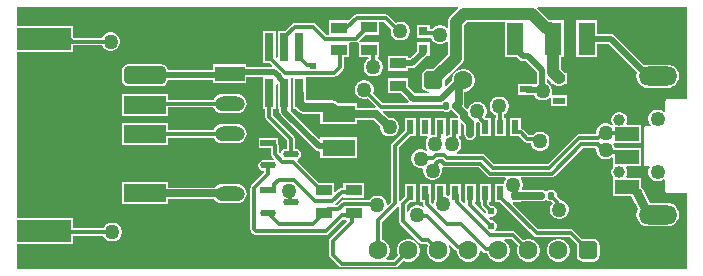
<source format=gtl>
G04*
G04 #@! TF.GenerationSoftware,Altium Limited,Altium Designer,24.3.1 (35)*
G04*
G04 Layer_Physical_Order=1*
G04 Layer_Color=255*
%FSLAX44Y44*%
%MOMM*%
G71*
G04*
G04 #@! TF.SameCoordinates,DD5606FB-0AE3-4311-A501-CF171F200833*
G04*
G04*
G04 #@! TF.FilePolarity,Positive*
G04*
G01*
G75*
%ADD16R,0.8000X0.8000*%
G04:AMPARAMS|DCode=17|XSize=0.6mm|YSize=0.54mm|CornerRadius=0.1431mm|HoleSize=0mm|Usage=FLASHONLY|Rotation=90.000|XOffset=0mm|YOffset=0mm|HoleType=Round|Shape=RoundedRectangle|*
%AMROUNDEDRECTD17*
21,1,0.6000,0.2538,0,0,90.0*
21,1,0.3138,0.5400,0,0,90.0*
1,1,0.2862,0.1269,0.1569*
1,1,0.2862,0.1269,-0.1569*
1,1,0.2862,-0.1269,-0.1569*
1,1,0.2862,-0.1269,0.1569*
%
%ADD17ROUNDEDRECTD17*%
%ADD18R,2.8100X1.4500*%
%ADD19R,0.6000X1.2000*%
%ADD20R,1.3800X0.9200*%
%ADD21R,1.0000X0.6000*%
%ADD22R,1.4500X2.8100*%
%ADD23R,4.5720X1.9050*%
G04:AMPARAMS|DCode=24|XSize=1.524mm|YSize=3.556mm|CornerRadius=0.381mm|HoleSize=0mm|Usage=FLASHONLY|Rotation=270.000|XOffset=0mm|YOffset=0mm|HoleType=Round|Shape=RoundedRectangle|*
%AMROUNDEDRECTD24*
21,1,1.5240,2.7940,0,0,270.0*
21,1,0.7620,3.5560,0,0,270.0*
1,1,0.7620,-1.3970,-0.3810*
1,1,0.7620,-1.3970,0.3810*
1,1,0.7620,1.3970,0.3810*
1,1,0.7620,1.3970,-0.3810*
%
%ADD24ROUNDEDRECTD24*%
%ADD25R,3.5560X1.5240*%
%ADD26R,4.5720X1.9064*%
G04:AMPARAMS|DCode=27|XSize=1.3571mm|YSize=0.5721mm|CornerRadius=0.2861mm|HoleSize=0mm|Usage=FLASHONLY|Rotation=0.000|XOffset=0mm|YOffset=0mm|HoleType=Round|Shape=RoundedRectangle|*
%AMROUNDEDRECTD27*
21,1,1.3571,0.0000,0,0,0.0*
21,1,0.7850,0.5721,0,0,0.0*
1,1,0.5721,0.3925,0.0000*
1,1,0.5721,-0.3925,0.0000*
1,1,0.5721,-0.3925,0.0000*
1,1,0.5721,0.3925,0.0000*
%
%ADD27ROUNDEDRECTD27*%
%ADD28R,1.3571X0.5721*%
%ADD29R,0.7600X2.4000*%
%ADD30R,2.0000X1.2000*%
%ADD50C,0.3048*%
%ADD51C,0.7620*%
%ADD52C,1.0160*%
%ADD53C,0.8890*%
%ADD54C,0.5080*%
%ADD55C,0.6350*%
%ADD56O,2.5400X1.2700*%
%ADD57R,2.5400X1.2700*%
%ADD58C,1.6000*%
G04:AMPARAMS|DCode=59|XSize=1.6mm|YSize=1.6mm|CornerRadius=0.4mm|HoleSize=0mm|Usage=FLASHONLY|Rotation=180.000|XOffset=0mm|YOffset=0mm|HoleType=Round|Shape=RoundedRectangle|*
%AMROUNDEDRECTD59*
21,1,1.6000,0.8000,0,0,180.0*
21,1,0.8000,1.6000,0,0,180.0*
1,1,0.8000,-0.4000,0.4000*
1,1,0.8000,0.4000,0.4000*
1,1,0.8000,0.4000,-0.4000*
1,1,0.8000,-0.4000,-0.4000*
%
%ADD59ROUNDEDRECTD59*%
%ADD60O,3.2500X1.6250*%
%ADD61C,1.2500*%
%ADD62C,1.0000*%
%ADD63C,1.2700*%
%ADD64C,0.6096*%
G36*
X574294Y151113D02*
X558004D01*
X557360Y150985D01*
X556814Y150620D01*
X556449Y150074D01*
X556321Y149430D01*
Y140333D01*
X555051Y139807D01*
X554605Y140252D01*
X552804Y141293D01*
X550794Y141831D01*
X548714D01*
X546704Y141293D01*
X544903Y140252D01*
X543432Y138781D01*
X542391Y136980D01*
X541853Y134970D01*
Y132890D01*
X542391Y130880D01*
X543432Y129079D01*
X543724Y128787D01*
X543238Y127613D01*
X539754D01*
X539110Y127485D01*
X538564Y127120D01*
X538199Y126574D01*
X538071Y125930D01*
Y95930D01*
X538199Y95286D01*
X538564Y94740D01*
X539110Y94375D01*
X539754Y94247D01*
X542234D01*
X542967Y92977D01*
X542391Y91980D01*
X541853Y89970D01*
Y87890D01*
X542391Y85880D01*
X543432Y84079D01*
X544903Y82608D01*
X546704Y81567D01*
X548714Y81029D01*
X550794D01*
X552804Y81567D01*
X554605Y82608D01*
X555051Y83053D01*
X556321Y82527D01*
Y72430D01*
X556449Y71786D01*
X556814Y71240D01*
X557360Y70875D01*
X558004Y70747D01*
X574294D01*
Y6430D01*
X7112D01*
Y27686D01*
X54991D01*
Y34863D01*
X80514D01*
X81482Y33187D01*
X82971Y31698D01*
X84796Y30644D01*
X86831Y30099D01*
X88937D01*
X90972Y30644D01*
X92797Y31698D01*
X94286Y33187D01*
X95340Y35012D01*
X95885Y37047D01*
Y39153D01*
X95340Y41188D01*
X94286Y43013D01*
X92797Y44502D01*
X90972Y45556D01*
X88937Y46101D01*
X86831D01*
X84796Y45556D01*
X82971Y44502D01*
X81482Y43013D01*
X80514Y41337D01*
X54991D01*
Y50038D01*
X7112D01*
Y190239D01*
X54991D01*
Y196153D01*
X79244D01*
X80212Y194477D01*
X81701Y192988D01*
X83526Y191934D01*
X85561Y191389D01*
X87667D01*
X89702Y191934D01*
X91527Y192988D01*
X93016Y194477D01*
X94070Y196302D01*
X94615Y198337D01*
Y200443D01*
X94070Y202478D01*
X93016Y204303D01*
X91527Y205792D01*
X89702Y206846D01*
X87667Y207391D01*
X85561D01*
X83526Y206846D01*
X81701Y205792D01*
X80212Y204303D01*
X79244Y202627D01*
X55085D01*
X54991Y202721D01*
Y212605D01*
X7112D01*
Y228854D01*
X380631D01*
X381063Y227584D01*
X380637Y227258D01*
X374225Y220845D01*
X373146Y219439D01*
X372467Y217801D01*
X372236Y216044D01*
Y211481D01*
X370966Y210955D01*
X370312Y211609D01*
X368488Y212662D01*
X366453Y213208D01*
X364346D01*
X362311Y212662D01*
X360487Y211609D01*
X358997Y210119D01*
X358853Y209870D01*
X356947D01*
Y213710D01*
X345645D01*
Y202408D01*
X356947D01*
Y202408D01*
X358033Y201963D01*
X358997Y200294D01*
X360487Y198804D01*
X362311Y197751D01*
X364346Y197206D01*
X366453D01*
X368488Y197751D01*
X370312Y198804D01*
X370966Y199458D01*
X372236Y198932D01*
Y188513D01*
X359915Y176192D01*
X355754D01*
X353549Y175753D01*
X351680Y174504D01*
X350431Y172635D01*
X349992Y170430D01*
Y162430D01*
X350431Y160225D01*
X351680Y158356D01*
X353549Y157107D01*
X355754Y156668D01*
X355742Y155403D01*
X344574D01*
X338305Y161672D01*
Y168131D01*
X321203D01*
Y155629D01*
X332262D01*
X339242Y148649D01*
X338716Y147379D01*
X317193D01*
X308744Y155828D01*
X309245Y157697D01*
Y159803D01*
X308700Y161838D01*
X307646Y163663D01*
X306157Y165152D01*
X304332Y166206D01*
X302297Y166751D01*
X300191D01*
X298156Y166206D01*
X296331Y165152D01*
X294842Y163663D01*
X293788Y161838D01*
X293243Y159803D01*
Y157697D01*
X293788Y155662D01*
X294842Y153837D01*
X296331Y152348D01*
X298156Y151294D01*
X300191Y150749D01*
X302297D01*
X304166Y151250D01*
X310995Y144420D01*
X310469Y143151D01*
X295455D01*
Y147131D01*
X278727D01*
X277965Y147893D01*
X276159Y149100D01*
X274028Y149524D01*
X252034D01*
X251792Y149766D01*
Y155660D01*
X251675Y156248D01*
X251675Y169311D01*
X252821Y169610D01*
X275971D01*
X277210Y169856D01*
X278260Y170558D01*
X283213Y175511D01*
X283915Y176561D01*
X284161Y177800D01*
Y185875D01*
X288305D01*
Y198377D01*
X289444Y198693D01*
X294474D01*
X295713Y198939D01*
X295940Y199074D01*
X295940Y199074D01*
D01*
X297011Y198279D01*
X297011Y197563D01*
Y186129D01*
X304748D01*
X305089Y184859D01*
X303951Y184202D01*
X302462Y182713D01*
X301408Y180888D01*
X300863Y178853D01*
Y176747D01*
X301408Y174712D01*
X302462Y172887D01*
X303951Y171398D01*
X305776Y170344D01*
X307811Y169799D01*
X309917D01*
X311952Y170344D01*
X313777Y171398D01*
X315266Y172887D01*
X316320Y174712D01*
X316865Y176747D01*
Y178853D01*
X316320Y180888D01*
X315266Y182713D01*
X313777Y184202D01*
X312639Y184859D01*
X312980Y186129D01*
X314113D01*
Y198631D01*
X298168D01*
X297499Y198631D01*
X297319Y198878D01*
X297041Y199839D01*
X297041D01*
Y199839D01*
X297841Y200719D01*
X302351Y205229D01*
X314113D01*
Y216018D01*
X318138D01*
X323955Y210201D01*
X323723Y209333D01*
Y207227D01*
X324268Y205192D01*
X325322Y203367D01*
X326811Y201878D01*
X328636Y200824D01*
X330671Y200279D01*
X332777D01*
X334812Y200824D01*
X336637Y201878D01*
X338126Y203367D01*
X339180Y205192D01*
X339725Y207227D01*
Y209333D01*
X339180Y211368D01*
X338126Y213193D01*
X336637Y214682D01*
X334812Y215736D01*
X332777Y216281D01*
X330671D01*
X328636Y215736D01*
X327964Y215348D01*
X321768Y221544D01*
X320718Y222246D01*
X319479Y222492D01*
X294809D01*
X293570Y222246D01*
X292520Y221544D01*
X289209Y218233D01*
X288305Y217477D01*
Y217477D01*
X288305Y217477D01*
X271203D01*
Y205167D01*
X269565D01*
X260353Y214379D01*
X259303Y215081D01*
X258064Y215327D01*
X242754D01*
X241515Y215081D01*
X240465Y214379D01*
X234397Y208311D01*
X228073D01*
Y186215D01*
X226803Y185590D01*
X226275Y185997D01*
Y208311D01*
X215373D01*
Y181009D01*
X221697D01*
X223524Y179182D01*
X223037Y178009D01*
X201605D01*
Y180231D01*
X172903D01*
Y175215D01*
X135016D01*
X134684Y176883D01*
X133477Y178689D01*
X131671Y179896D01*
X129540Y180320D01*
X101600D01*
X99469Y179896D01*
X97663Y178689D01*
X96456Y176883D01*
X96032Y174752D01*
Y167132D01*
X96456Y165001D01*
X97663Y163195D01*
X99469Y161988D01*
X101600Y161564D01*
X129540D01*
X131671Y161988D01*
X133477Y163195D01*
X134684Y165001D01*
X135016Y166669D01*
X172903D01*
Y164229D01*
X201605D01*
Y169463D01*
X214166D01*
X215373Y169311D01*
Y142009D01*
X217587D01*
Y135530D01*
X217833Y134291D01*
X218535Y133241D01*
X236022Y115754D01*
Y108530D01*
X235335D01*
X233574Y108180D01*
X232082Y107183D01*
X231085Y105690D01*
X230967Y105099D01*
X229589Y104681D01*
X228747Y105523D01*
Y112093D01*
X228685Y112406D01*
Y117942D01*
X211812D01*
Y108918D01*
X222273D01*
Y104182D01*
X222519Y102943D01*
X223221Y101893D01*
X224942Y100172D01*
X224316Y99002D01*
X224173Y99030D01*
X216324D01*
X214563Y98680D01*
X213071Y97683D01*
X212074Y96190D01*
X211723Y94430D01*
X212074Y92670D01*
X213071Y91177D01*
X214563Y90180D01*
X216324Y89830D01*
X216442D01*
Y88338D01*
X205737Y77633D01*
X205035Y76583D01*
X204789Y75344D01*
Y40394D01*
X205035Y39155D01*
X205737Y38104D01*
X207522Y36319D01*
X208573Y35617D01*
X209811Y35371D01*
X268693D01*
X269932Y35617D01*
X270982Y36319D01*
X283059Y48396D01*
X283703Y48129D01*
Y48129D01*
X285986D01*
X286472Y46956D01*
X272285Y32769D01*
X271583Y31719D01*
X271337Y30480D01*
Y19050D01*
X271583Y17811D01*
X272285Y16761D01*
X279905Y9141D01*
X280955Y8439D01*
X282194Y8193D01*
X327660D01*
X328899Y8439D01*
X329949Y9141D01*
X334623Y13815D01*
X334880Y13666D01*
X337334Y13008D01*
X339876D01*
X342330Y13666D01*
X344531Y14937D01*
X346328Y16734D01*
X347598Y18934D01*
X348256Y21389D01*
Y23930D01*
X347598Y26385D01*
X346328Y28585D01*
X344531Y30382D01*
X342330Y31653D01*
X339876Y32310D01*
X337334D01*
X334880Y31653D01*
X332679Y30382D01*
X330882Y28585D01*
X329612Y26385D01*
X328954Y23930D01*
Y21389D01*
X329612Y18934D01*
X329968Y18317D01*
X326319Y14667D01*
X320657D01*
X320131Y15937D01*
X320928Y16734D01*
X322198Y18934D01*
X322856Y21389D01*
Y23930D01*
X322198Y26385D01*
X320928Y28585D01*
X319131Y30382D01*
X316930Y31653D01*
X316442Y31783D01*
Y46934D01*
X329503Y59994D01*
X329683Y59986D01*
X330773Y59588D01*
Y47498D01*
X331019Y46259D01*
X331721Y45209D01*
X347977Y28953D01*
X349027Y28251D01*
X350266Y28005D01*
X354081D01*
X355264Y26822D01*
X355012Y26385D01*
X354354Y23930D01*
Y21389D01*
X355012Y18934D01*
X356282Y16734D01*
X358079Y14937D01*
X360280Y13666D01*
X362734Y13008D01*
X365276D01*
X367730Y13666D01*
X369931Y14937D01*
X371728Y16734D01*
X372998Y18934D01*
X373656Y21389D01*
Y23930D01*
X372998Y26385D01*
X372814Y26704D01*
X373830Y27484D01*
X378465Y22849D01*
X379515Y22147D01*
X379754Y22099D01*
Y21389D01*
X380412Y18934D01*
X381682Y16734D01*
X383479Y14937D01*
X385680Y13666D01*
X388134Y13008D01*
X390676D01*
X393130Y13666D01*
X395331Y14937D01*
X397128Y16734D01*
X398398Y18934D01*
X399056Y21389D01*
Y22438D01*
X400326Y22964D01*
X401876Y21414D01*
X402926Y20712D01*
X404165Y20466D01*
X405401D01*
X405812Y18934D01*
X407082Y16734D01*
X408879Y14937D01*
X411080Y13666D01*
X413534Y13008D01*
X416076D01*
X418530Y13666D01*
X420731Y14937D01*
X422528Y16734D01*
X423798Y18934D01*
X424456Y21389D01*
Y23930D01*
X423798Y26385D01*
X422528Y28585D01*
X420731Y30382D01*
X419917Y30852D01*
X420257Y32122D01*
X426164D01*
X431464Y26822D01*
X431212Y26385D01*
X430554Y23930D01*
Y21389D01*
X431212Y18934D01*
X432482Y16734D01*
X434279Y14937D01*
X436480Y13666D01*
X438934Y13008D01*
X441476D01*
X443930Y13666D01*
X446131Y14937D01*
X447928Y16734D01*
X449198Y18934D01*
X449856Y21389D01*
Y23930D01*
X449198Y26385D01*
X447928Y28585D01*
X446131Y30382D01*
X443930Y31653D01*
X441476Y32310D01*
X438934D01*
X436480Y31653D01*
X436042Y31400D01*
X429794Y37648D01*
X428744Y38350D01*
X427505Y38597D01*
X412544D01*
X412018Y39867D01*
X412924Y40772D01*
X413639Y42499D01*
Y44369D01*
X412924Y46096D01*
X411602Y47418D01*
X409875Y48133D01*
X408819D01*
X406844Y50108D01*
X407564Y51184D01*
X407878Y51054D01*
X409748D01*
X411475Y51769D01*
X412797Y53091D01*
X413512Y54818D01*
Y56688D01*
X412797Y58415D01*
X411475Y59737D01*
X409748Y60452D01*
X408692D01*
X407135Y62009D01*
X407268Y63279D01*
X408455D01*
Y78581D01*
X399153D01*
Y63279D01*
X400567D01*
Y60762D01*
X400813Y59523D01*
X401515Y58473D01*
X404114Y55874D01*
Y54818D01*
X404244Y54504D01*
X403168Y53784D01*
X394943Y62009D01*
X395469Y63279D01*
X395755D01*
Y78581D01*
X386453D01*
Y63495D01*
X385403Y62749D01*
X383117Y65034D01*
Y69454D01*
X383055Y69767D01*
Y78581D01*
X373753D01*
Y69098D01*
X372483Y68492D01*
X371119Y69280D01*
X370355Y69484D01*
Y78581D01*
X361053D01*
Y65740D01*
X360575Y64912D01*
X360029Y62877D01*
Y62592D01*
X358856Y62106D01*
X357709Y63253D01*
Y69462D01*
X357655Y69733D01*
Y78581D01*
X348353D01*
Y63279D01*
X351234D01*
Y61912D01*
X351481Y60674D01*
X351681Y60374D01*
X350789Y59422D01*
X349290Y60288D01*
X347255Y60833D01*
X345149D01*
X343114Y60288D01*
X341289Y59234D01*
X339800Y57745D01*
X338746Y55920D01*
X338517Y55065D01*
X337247Y55233D01*
Y60295D01*
X340231Y63279D01*
X344955D01*
Y78581D01*
X335653D01*
Y67857D01*
X331763Y63967D01*
X331583Y63975D01*
X330493Y64373D01*
Y109541D01*
X340231Y119279D01*
X344955D01*
Y134581D01*
X335653D01*
Y123857D01*
X324967Y113171D01*
X324265Y112121D01*
X324018Y110882D01*
Y63666D01*
X321594Y61242D01*
X320421Y61728D01*
Y62013D01*
X319876Y64048D01*
X318822Y65873D01*
X317333Y67362D01*
X315508Y68416D01*
X313473Y68961D01*
X311367D01*
X309332Y68416D01*
X307507Y67362D01*
X306018Y65873D01*
X305740Y65392D01*
X284039D01*
X282800Y65146D01*
X281750Y64444D01*
X277999Y60693D01*
X276551D01*
X276166Y61963D01*
X276587Y62245D01*
X282433Y68091D01*
X283703Y67565D01*
Y67229D01*
X300805D01*
Y79731D01*
X283703D01*
Y75546D01*
X282073D01*
X280834Y75300D01*
X279784Y74598D01*
X276978Y71792D01*
X275805Y72278D01*
Y79731D01*
X263281D01*
X244552Y98460D01*
X244852Y99449D01*
X245055Y99754D01*
X246437Y100677D01*
X247434Y102170D01*
X247785Y103930D01*
X247434Y105690D01*
X246437Y107183D01*
X244945Y108180D01*
X243184Y108530D01*
X242497D01*
Y117095D01*
X242250Y118334D01*
X241549Y119384D01*
X224061Y136871D01*
Y142009D01*
X226275D01*
Y162891D01*
X227545Y163525D01*
X227991Y163189D01*
Y156920D01*
X228073Y156507D01*
Y142009D01*
X229251D01*
Y140110D01*
X229576Y138475D01*
X230502Y137088D01*
X259896Y107695D01*
X261282Y106769D01*
X262917Y106443D01*
X264053Y106137D01*
Y100729D01*
X295455D01*
Y118531D01*
X264053D01*
Y117283D01*
X262880Y116798D01*
X238938Y140739D01*
X238975Y142009D01*
X238975D01*
Y168528D01*
X239874Y169050D01*
X240773Y168528D01*
Y156248D01*
X240656Y155660D01*
Y147460D01*
X240773Y146872D01*
Y142009D01*
X243801D01*
X245791Y140019D01*
X247597Y138812D01*
X249728Y138388D01*
X264053D01*
Y129329D01*
X295455D01*
Y133309D01*
X309566D01*
X314833Y128042D01*
Y125947D01*
X315378Y123912D01*
X316432Y122087D01*
X317921Y120598D01*
X319746Y119544D01*
X321781Y118999D01*
X323887D01*
X325922Y119544D01*
X327747Y120598D01*
X329236Y122087D01*
X330290Y123912D01*
X330835Y125947D01*
Y128053D01*
X330290Y130088D01*
X329236Y131913D01*
X327747Y133402D01*
X325922Y134456D01*
X323887Y135001D01*
X321792D01*
X317062Y139731D01*
X317548Y140904D01*
X367239D01*
X368133Y140308D01*
X369335Y140069D01*
X371873D01*
X373076Y140308D01*
X374095Y140989D01*
X374140Y141057D01*
X375668D01*
X375713Y140989D01*
X376687Y140338D01*
X381038Y135988D01*
Y135706D01*
X381066Y135563D01*
X380260Y134581D01*
X373753D01*
Y125592D01*
X373734Y125498D01*
Y120322D01*
X372451Y119978D01*
X371625Y119501D01*
X370355Y120234D01*
Y134581D01*
X361053D01*
Y125767D01*
X360991Y125454D01*
Y120523D01*
X360135D01*
X358925Y120199D01*
X357655Y121115D01*
Y134581D01*
X348353D01*
Y119279D01*
X354834D01*
X355360Y118009D01*
X354786Y117435D01*
X353732Y115610D01*
X353187Y113575D01*
Y111469D01*
X353732Y109434D01*
X354786Y107609D01*
X353921Y106720D01*
X352097Y107773D01*
X350062Y108319D01*
X347955D01*
X345920Y107773D01*
X344096Y106720D01*
X342606Y105230D01*
X341553Y103406D01*
X341007Y101371D01*
Y99264D01*
X341553Y97229D01*
X342606Y95405D01*
X344096Y93915D01*
X345920Y92862D01*
X347955Y92317D01*
X350062D01*
X350328Y92388D01*
X351227Y91490D01*
X351155Y91223D01*
Y89117D01*
X351700Y87082D01*
X352754Y85257D01*
X354243Y83768D01*
X356068Y82714D01*
X358103Y82169D01*
X360209D01*
X362244Y82714D01*
X364069Y83768D01*
X365558Y85257D01*
X366612Y87082D01*
X367157Y89117D01*
Y91223D01*
X366869Y92297D01*
X367943Y93108D01*
X369182Y92861D01*
X398098D01*
X405619Y85341D01*
X406669Y84639D01*
X407907Y84393D01*
X420732D01*
X421218Y83219D01*
X421016Y83018D01*
X419963Y81193D01*
X419417Y79158D01*
Y78581D01*
X411853D01*
Y63279D01*
X416577D01*
X445061Y34795D01*
X446111Y34093D01*
X447350Y33847D01*
X475239D01*
X481440Y27647D01*
X481243Y26659D01*
Y18659D01*
X481682Y16454D01*
X482931Y14585D01*
X484800Y13336D01*
X487005Y12898D01*
X495005D01*
X497210Y13336D01*
X499079Y14585D01*
X500328Y16454D01*
X500767Y18659D01*
Y26659D01*
X500328Y28864D01*
X499079Y30733D01*
X497210Y31983D01*
X495005Y32421D01*
X487005D01*
X486018Y32225D01*
X478870Y39373D01*
X477819Y40075D01*
X476580Y40321D01*
X448691D01*
X426906Y62106D01*
X427392Y63279D01*
X433855D01*
Y64009D01*
X451154D01*
X452206Y64219D01*
X452423D01*
X453626Y64458D01*
X454645Y65139D01*
X454690Y65207D01*
X456218D01*
X456263Y65139D01*
X457282Y64458D01*
X458485Y64219D01*
X459587D01*
X460842Y62964D01*
X459942Y62063D01*
X458888Y60238D01*
X458343Y58203D01*
Y56097D01*
X458888Y54062D01*
X459942Y52237D01*
X461431Y50748D01*
X463256Y49694D01*
X465291Y49149D01*
X467397D01*
X469432Y49694D01*
X471257Y50748D01*
X472746Y52237D01*
X473800Y54062D01*
X474345Y56097D01*
Y58203D01*
X473800Y60238D01*
X472746Y62063D01*
X471257Y63552D01*
X469432Y64606D01*
X467487Y65127D01*
X466786Y66176D01*
X464165Y68797D01*
Y70499D01*
X463926Y71702D01*
X463245Y72721D01*
X462225Y73402D01*
X461023Y73641D01*
X458485D01*
X457282Y73402D01*
X456263Y72721D01*
X456218Y72653D01*
X454690D01*
X454645Y72721D01*
X453626Y73402D01*
X452423Y73641D01*
X452206D01*
X451154Y73851D01*
X435471D01*
X434929Y74789D01*
X434902Y75121D01*
X435419Y77052D01*
Y79158D01*
X434874Y81193D01*
X433821Y83018D01*
X433619Y83219D01*
X434105Y84393D01*
X460187D01*
X461426Y84639D01*
X462476Y85341D01*
X486288Y109153D01*
X496491D01*
X497713Y108808D01*
Y106701D01*
X498258Y104666D01*
X499312Y102842D01*
X500801Y101352D01*
X502626Y100299D01*
X504661Y99754D01*
X506767D01*
X508802Y100299D01*
X510627Y101352D01*
X510833Y101558D01*
X512103Y101032D01*
Y93779D01*
X512103Y93779D01*
X511730Y92664D01*
X511056Y91497D01*
X510603Y89806D01*
Y88054D01*
X511056Y86363D01*
X511702Y85244D01*
X512103Y84081D01*
X512103Y84081D01*
X512103Y84081D01*
Y68779D01*
X527588D01*
X533041Y57742D01*
X532105Y55482D01*
X531769Y52930D01*
X532105Y50378D01*
X533090Y48000D01*
X534657Y45958D01*
X536699Y44391D01*
X539077Y43406D01*
X541629Y43070D01*
X557879D01*
X560431Y43406D01*
X562809Y44391D01*
X564851Y45958D01*
X566418Y48000D01*
X567403Y50378D01*
X567739Y52930D01*
X567403Y55482D01*
X566418Y57860D01*
X564851Y59902D01*
X562809Y61469D01*
X560431Y62454D01*
X557879Y62790D01*
X542968D01*
X537222Y74420D01*
X535898Y76143D01*
X535405Y76427D01*
Y84081D01*
X523506D01*
X522868Y85351D01*
X523452Y86363D01*
X523905Y88054D01*
Y89806D01*
X523452Y91497D01*
X522868Y92509D01*
X523506Y93779D01*
X535405D01*
Y109081D01*
X519591D01*
X519278Y109143D01*
X513625D01*
X513170Y110843D01*
X512208Y112509D01*
X512393Y113117D01*
X512801Y113779D01*
X535405D01*
Y129081D01*
X523982D01*
X523347Y130181D01*
X523452Y130363D01*
X523905Y132054D01*
Y133806D01*
X523452Y135497D01*
X522576Y137014D01*
X521338Y138252D01*
X519821Y139128D01*
X518130Y139581D01*
X516378D01*
X514687Y139128D01*
X513170Y138252D01*
X511932Y137014D01*
X511056Y135497D01*
X510603Y133806D01*
Y132054D01*
X511056Y130363D01*
X511723Y129207D01*
X510707Y128427D01*
X510627Y128508D01*
X508802Y129561D01*
X506767Y130106D01*
X504661D01*
X502626Y129561D01*
X500801Y128508D01*
X499312Y127018D01*
X498258Y125194D01*
X497713Y123159D01*
Y121052D01*
X496491Y120707D01*
X482843D01*
X481604Y120461D01*
X480554Y119759D01*
X456742Y95947D01*
X411353D01*
X403832Y103467D01*
X402782Y104169D01*
X401543Y104416D01*
X380040D01*
X379700Y105686D01*
X380452Y106120D01*
X381941Y107609D01*
X382995Y109434D01*
X383540Y111469D01*
Y113575D01*
X382995Y115610D01*
X381941Y117435D01*
X381367Y118009D01*
X381893Y119279D01*
X383055D01*
Y129991D01*
X384228Y130477D01*
X386184Y128522D01*
Y120960D01*
X386453Y119605D01*
Y119279D01*
X386518D01*
X386558Y119077D01*
X387625Y117481D01*
X389221Y116414D01*
X391104Y116039D01*
X392987Y116414D01*
X394583Y117481D01*
X395650Y119077D01*
X395690Y119279D01*
X395755D01*
Y119605D01*
X396025Y120960D01*
Y130560D01*
X397110Y131446D01*
X397661Y131495D01*
X399153Y130003D01*
Y119279D01*
X408455D01*
Y134581D01*
X404458D01*
X404302Y134723D01*
X403784Y135851D01*
X404590Y137247D01*
X405135Y139282D01*
Y141388D01*
X404590Y143423D01*
X403537Y145248D01*
X402047Y146737D01*
X400222Y147791D01*
X398187Y148336D01*
X396081D01*
X394046Y147791D01*
X392221Y146737D01*
X390732Y145248D01*
X389678Y143423D01*
X389551Y142947D01*
X388324Y142619D01*
X385758Y145184D01*
X385800Y145247D01*
X386175Y147130D01*
Y156779D01*
X386425D01*
X388879Y157437D01*
X391080Y158707D01*
X392877Y160504D01*
X394147Y162705D01*
X394805Y165159D01*
Y167701D01*
X394147Y170155D01*
X392877Y172356D01*
X391080Y174153D01*
X388879Y175423D01*
X386425Y176081D01*
X383883D01*
X381429Y175423D01*
X379228Y174153D01*
X377431Y172356D01*
X376161Y170155D01*
X375503Y167701D01*
Y166727D01*
X370617Y161841D01*
X369853Y162250D01*
X369516Y162535D01*
Y166590D01*
X383826Y180901D01*
X384905Y182307D01*
X385583Y183944D01*
X385814Y185701D01*
Y213232D01*
X388250Y215668D01*
X420435D01*
Y185975D01*
X430365D01*
X432548Y183792D01*
X432548Y183792D01*
X433935Y182866D01*
X435570Y182540D01*
X438111D01*
X447219Y173432D01*
Y163747D01*
X446425Y163008D01*
X445155Y163246D01*
Y163581D01*
X431853D01*
Y154279D01*
X438551D01*
X438964Y154197D01*
X445031D01*
X445972Y152567D01*
X447461Y151078D01*
X449286Y150024D01*
X451321Y149479D01*
X453427D01*
X455462Y150024D01*
X457287Y151078D01*
X458083Y151874D01*
X459353Y151348D01*
Y144779D01*
X472655D01*
Y154081D01*
X461061D01*
X460087Y155351D01*
X460375Y156427D01*
Y158533D01*
X459830Y160568D01*
X458776Y162393D01*
X457287Y163882D01*
X455765Y164761D01*
Y167272D01*
X457035Y167798D01*
X459353Y165480D01*
Y163779D01*
X461054D01*
X461203Y163629D01*
X462609Y162551D01*
X464247Y161872D01*
X466004Y161641D01*
X467761Y161872D01*
X469398Y162551D01*
X470805Y163629D01*
X470919Y163779D01*
X472655D01*
Y167381D01*
X472793Y168430D01*
X472655Y169479D01*
Y173081D01*
X470919D01*
X470805Y173231D01*
X467965Y176071D01*
Y185975D01*
X470076D01*
Y217377D01*
X459447D01*
X459006Y217435D01*
X458020D01*
X448198Y227258D01*
X447772Y227584D01*
X448203Y228854D01*
X574294D01*
Y151113D01*
D02*
G37*
%LPC*%
G36*
X356947Y198710D02*
X345645D01*
Y191027D01*
X339872Y185253D01*
X338305D01*
Y187231D01*
X321203D01*
Y174729D01*
X338305D01*
Y176707D01*
X341642D01*
X343277Y177032D01*
X344664Y177958D01*
X354113Y187408D01*
X356947D01*
Y198710D01*
D02*
G37*
G36*
X498676Y217377D02*
X480874D01*
Y185975D01*
X498676D01*
Y197157D01*
X508359D01*
X532377Y173139D01*
X532105Y172482D01*
X531769Y169930D01*
X532105Y167378D01*
X533090Y165000D01*
X534657Y162958D01*
X536699Y161391D01*
X539077Y160406D01*
X541629Y160070D01*
X557879D01*
X560431Y160406D01*
X562809Y161391D01*
X564851Y162958D01*
X566418Y165000D01*
X567403Y167378D01*
X567739Y169930D01*
X567403Y172482D01*
X566418Y174860D01*
X564851Y176902D01*
X562809Y178469D01*
X560431Y179454D01*
X557879Y179790D01*
X541629D01*
X539077Y179454D01*
X538420Y179182D01*
X513151Y204452D01*
X511764Y205378D01*
X510129Y205703D01*
X498676D01*
Y217377D01*
D02*
G37*
G36*
X135001Y155213D02*
X96139D01*
Y136671D01*
X135001D01*
Y143593D01*
X173585D01*
X173915Y142795D01*
X175198Y141124D01*
X176869Y139841D01*
X178815Y139035D01*
X180904Y138760D01*
X193604D01*
X195693Y139035D01*
X197639Y139841D01*
X199310Y141124D01*
X200593Y142795D01*
X201399Y144741D01*
X201674Y146830D01*
X201399Y148919D01*
X200593Y150865D01*
X199310Y152536D01*
X197639Y153819D01*
X195693Y154625D01*
X193604Y154900D01*
X180904D01*
X178815Y154625D01*
X176869Y153819D01*
X175198Y152536D01*
X173915Y150865D01*
X173585Y150067D01*
X135001D01*
Y155213D01*
D02*
G37*
G36*
X416597Y152781D02*
X414491D01*
X412456Y152236D01*
X410631Y151182D01*
X409142Y149693D01*
X408088Y147868D01*
X407543Y145833D01*
Y143727D01*
X408088Y141692D01*
X409142Y139867D01*
X410631Y138378D01*
X412456Y137324D01*
X412787Y137236D01*
Y134581D01*
X411853D01*
Y119279D01*
X421155D01*
Y134581D01*
X419261D01*
Y137687D01*
X420457Y138378D01*
X421946Y139867D01*
X423000Y141692D01*
X423545Y143727D01*
Y145833D01*
X423000Y147868D01*
X421946Y149693D01*
X420457Y151182D01*
X418632Y152236D01*
X416597Y152781D01*
D02*
G37*
G36*
X135001Y130213D02*
X96139D01*
Y111671D01*
X135001D01*
Y117921D01*
X140208D01*
X140892Y118057D01*
X173641D01*
X173915Y117395D01*
X175198Y115724D01*
X176869Y114441D01*
X178815Y113635D01*
X180904Y113360D01*
X193604D01*
X195693Y113635D01*
X197639Y114441D01*
X199310Y115724D01*
X200593Y117395D01*
X201399Y119341D01*
X201674Y121430D01*
X201399Y123519D01*
X200593Y125465D01*
X199310Y127136D01*
X197639Y128419D01*
X195693Y129225D01*
X193604Y129500D01*
X180904D01*
X178815Y129225D01*
X176869Y128419D01*
X175198Y127136D01*
X173915Y125465D01*
X173528Y124531D01*
X140344D01*
X139660Y124395D01*
X135001D01*
Y130213D01*
D02*
G37*
G36*
X433855Y134581D02*
X424553D01*
Y119279D01*
X430367D01*
X430680Y119217D01*
X432339D01*
X436936Y114620D01*
X437986Y113918D01*
X439225Y113672D01*
X442177D01*
X442632Y111974D01*
X443686Y110149D01*
X445175Y108660D01*
X447000Y107606D01*
X449035Y107061D01*
X451141D01*
X453176Y107606D01*
X455001Y108660D01*
X456490Y110149D01*
X457544Y111974D01*
X458089Y114009D01*
Y116115D01*
X457544Y118150D01*
X456490Y119975D01*
X455001Y121464D01*
X453176Y122518D01*
X451141Y123063D01*
X449035D01*
X447000Y122518D01*
X445175Y121464D01*
X443857Y120146D01*
X440566D01*
X435969Y124743D01*
X434919Y125445D01*
X433855Y125656D01*
Y134581D01*
D02*
G37*
G36*
X135001Y80213D02*
X96139D01*
Y61671D01*
X135001D01*
Y65866D01*
X174475D01*
X175198Y64924D01*
X176869Y63641D01*
X178815Y62835D01*
X180904Y62560D01*
X193604D01*
X195693Y62835D01*
X197639Y63641D01*
X199310Y64924D01*
X200593Y66595D01*
X201399Y68541D01*
X201674Y70630D01*
X201399Y72719D01*
X200593Y74665D01*
X199310Y76336D01*
X197639Y77619D01*
X195693Y78425D01*
X193604Y78700D01*
X180904D01*
X178815Y78425D01*
X176869Y77619D01*
X175198Y76336D01*
X174714Y75707D01*
X135001D01*
Y80213D01*
D02*
G37*
G36*
X466876Y32310D02*
X464334D01*
X461880Y31653D01*
X459679Y30382D01*
X457882Y28585D01*
X456612Y26385D01*
X455954Y23930D01*
Y21389D01*
X456612Y18934D01*
X457882Y16734D01*
X459679Y14937D01*
X461880Y13666D01*
X464334Y13008D01*
X466876D01*
X469330Y13666D01*
X471531Y14937D01*
X473328Y16734D01*
X474598Y18934D01*
X475256Y21389D01*
Y23930D01*
X474598Y26385D01*
X473328Y28585D01*
X471531Y30382D01*
X469330Y31653D01*
X466876Y32310D01*
D02*
G37*
%LPD*%
D16*
X351297Y193059D02*
D03*
Y208059D02*
D03*
D17*
X379204Y144780D02*
D03*
X370604D02*
D03*
X459754Y68930D02*
D03*
X451154D02*
D03*
D18*
X279754Y138230D02*
D03*
Y109630D02*
D03*
D19*
X429204Y126930D02*
D03*
X416504D02*
D03*
X403804D02*
D03*
X391104D02*
D03*
X378404D02*
D03*
X365704D02*
D03*
X353004D02*
D03*
X340304D02*
D03*
Y70930D02*
D03*
X353004D02*
D03*
X365704D02*
D03*
X378404D02*
D03*
X391104D02*
D03*
X403804D02*
D03*
X416504D02*
D03*
X429204D02*
D03*
D20*
X329754Y180980D02*
D03*
Y161880D02*
D03*
X305562Y211480D02*
D03*
Y192380D02*
D03*
X292254Y54380D02*
D03*
Y73480D02*
D03*
X267254Y54380D02*
D03*
Y73480D02*
D03*
X279754Y192126D02*
D03*
Y211226D02*
D03*
D21*
X438504Y168430D02*
D03*
Y158930D02*
D03*
Y149430D02*
D03*
X466004D02*
D03*
Y168430D02*
D03*
D22*
X429336Y201676D02*
D03*
X400736D02*
D03*
X489776D02*
D03*
X461175D02*
D03*
D23*
X30480Y38862D02*
D03*
D24*
X115570Y170942D02*
D03*
D25*
Y70942D02*
D03*
Y95942D02*
D03*
Y120942D02*
D03*
Y145942D02*
D03*
D26*
X30480Y201422D02*
D03*
D27*
X239259Y103930D02*
D03*
X220249Y94430D02*
D03*
X239259Y63930D02*
D03*
X220249Y54430D02*
D03*
D28*
Y113430D02*
D03*
Y73430D02*
D03*
D29*
X220824Y194660D02*
D03*
Y155660D02*
D03*
X233524Y194660D02*
D03*
Y155660D02*
D03*
X246224Y194660D02*
D03*
Y155660D02*
D03*
D30*
X523754Y101430D02*
D03*
Y146430D02*
D03*
Y121430D02*
D03*
Y76430D02*
D03*
D50*
X532230Y71954D01*
X274298Y64534D02*
X282073Y72309D01*
X223920Y73430D02*
X225257Y74767D01*
X241752Y82550D02*
X259768Y64534D01*
X225257Y74767D02*
Y78438D01*
X291083Y72309D02*
X292254Y73480D01*
X259768Y64534D02*
X274298D01*
X220249Y73430D02*
X223920D01*
X282073Y72309D02*
X291083D01*
X229368Y82550D02*
X241752D01*
X225257Y78438D02*
X229368Y82550D01*
X404165Y23703D02*
X413761D01*
X414805Y22659D01*
X383268Y44600D02*
X404165Y23703D01*
X354472Y61912D02*
X371784Y44600D01*
X353004Y70930D02*
X354472Y69462D01*
Y61912D02*
Y69462D01*
X371784Y44600D02*
X383268D01*
X315852Y144142D02*
X369966D01*
X370604Y144780D01*
X301244Y158750D02*
X315852Y144142D01*
X351297Y208059D02*
X352723Y206633D01*
X363974D02*
X365400Y205207D01*
X352723Y206633D02*
X363974D01*
X519278Y105906D02*
X523754Y101430D01*
X510174Y105906D02*
X519278D01*
X503738Y107754D02*
X505714D01*
X499103Y112390D02*
X503738Y107754D01*
X484947Y112390D02*
X499103D01*
X482843Y117470D02*
X499103D01*
X503738Y122106D01*
X523078D02*
X523754Y121430D01*
X503738Y122106D02*
X505714D01*
X523078D01*
X380754Y25138D02*
X386927D01*
X347448Y51586D02*
X354306D01*
X380754Y25138D01*
X386927D02*
X389405Y22659D01*
X346202Y52832D02*
X347448Y51586D01*
X258064Y212090D02*
X268224Y201930D01*
X294474D02*
X304024Y211480D01*
X268224Y201930D02*
X294474D01*
X379880Y63693D02*
Y69454D01*
X378404Y70930D02*
X379880Y69454D01*
Y63693D02*
X408214Y35359D01*
X427505D02*
X440205Y22659D01*
X408214Y35359D02*
X427505D01*
X355422Y31242D02*
X364005Y22659D01*
X334010Y47498D02*
Y61636D01*
Y47498D02*
X350266Y31242D01*
X355422D01*
X447350Y37084D02*
X476580D01*
X416504Y67930D02*
X447350Y37084D01*
X476580D02*
X491005Y22659D01*
X416504Y67930D02*
Y70930D01*
X327256Y110882D02*
X340304Y123930D01*
Y126930D01*
X327256Y62325D02*
Y110882D01*
X313205Y48275D02*
X327256Y62325D01*
X313205Y22659D02*
Y48275D01*
X334010Y61636D02*
X340304Y67930D01*
Y70930D01*
X291087Y53214D02*
X292254Y54380D01*
X290356Y52482D02*
X291087Y53214D01*
X327660Y11430D02*
X337584Y21354D01*
X282194Y11430D02*
X327660D01*
X116458Y146830D02*
X187254D01*
X115570Y145942D02*
X116458Y146830D01*
X115570Y145942D02*
X115716Y145796D01*
X140344Y121294D02*
X187118D01*
X115570Y120942D02*
X115786Y121158D01*
X140208D01*
X187118Y121294D02*
X187254Y121430D01*
X140208Y121158D02*
X140344Y121294D01*
X459754Y68630D02*
Y68930D01*
X464497Y58997D02*
X466344Y57150D01*
X459754Y68630D02*
X464497Y63887D01*
Y58997D02*
Y63887D01*
X238502Y64688D02*
X239259Y63930D01*
X238502Y64688D02*
Y72267D01*
X237744Y73025D02*
X238502Y72267D01*
X364228Y118174D02*
Y125454D01*
X375539Y112522D02*
X376972Y113954D01*
X364228Y125454D02*
X365704Y126930D01*
X376972Y125498D02*
X378404Y126930D01*
X376972Y113954D02*
Y125498D01*
X361188Y115134D02*
X364228Y118174D01*
X361188Y112522D02*
Y115134D01*
X362261Y95886D02*
Y96267D01*
X349812Y101121D02*
X359930D01*
X359156Y90170D02*
Y92782D01*
X359930Y101121D02*
X362270Y103461D01*
X349008Y100318D02*
X349812Y101121D01*
X359156Y92782D02*
X362261Y95886D01*
Y96267D02*
X364374Y98381D01*
X362270Y103461D02*
X369003D01*
X364374Y98381D02*
X366899D01*
X369182Y96098D01*
X399439D01*
X371286Y101178D02*
X401543D01*
X369003Y103461D02*
X371286Y101178D01*
X401543D02*
X410012Y92710D01*
X399439Y96098D02*
X407907Y87630D01*
X458083Y92710D02*
X482843Y117470D01*
X407907Y87630D02*
X460187D01*
X484947Y112390D01*
X410012Y92710D02*
X458083D01*
X433680Y122454D02*
X439225Y116909D01*
X448241D02*
X450088Y115062D01*
X439225Y116909D02*
X448241D01*
X430680Y122454D02*
X433680D01*
X429204Y123930D02*
X430680Y122454D01*
X429204Y123930D02*
Y126930D01*
X284039Y62155D02*
X311225D01*
X312420Y60960D01*
X274574Y19050D02*
X282194Y11430D01*
X274574Y19050D02*
Y30480D01*
X291087Y46993D01*
X282568Y52482D02*
X290356D01*
X209811Y38608D02*
X268693D01*
X282568Y52482D01*
X291087Y46993D02*
Y53214D01*
X279340Y57456D02*
X284039Y62155D01*
X270330Y57456D02*
X279340D01*
X267254Y54380D02*
X270330Y57456D01*
X51774Y38800D02*
X52474Y38100D01*
X87884D01*
X53744Y199390D02*
X86614D01*
X51774Y201360D02*
X53744Y199390D01*
X416024Y127410D02*
X416504Y126930D01*
X415544Y144780D02*
X416024Y144300D01*
Y127410D02*
Y144300D01*
X308274Y176029D02*
X308864Y177800D01*
X306324Y192380D02*
X308864Y189840D01*
Y177800D02*
Y189840D01*
X307415Y175171D02*
X308274Y176029D01*
X541629Y52930D02*
X549754D01*
X403804Y126930D02*
Y129930D01*
X398981Y134753D02*
X403804Y129930D01*
X398981Y134753D02*
Y138488D01*
X397134Y140335D02*
X398981Y138488D01*
X319479Y219255D02*
X330454Y208280D01*
X331724D01*
X287034Y211480D02*
X294809Y219255D01*
X319479D01*
X284734Y211480D02*
X287034D01*
X233524Y202860D02*
X242754Y212090D01*
X258064D01*
X234437Y172847D02*
X275971D01*
X280924Y177800D01*
Y189304D02*
X284000Y192380D01*
X280924Y177800D02*
Y189304D01*
X284000Y192380D02*
X284734D01*
X220824Y186460D02*
X234437Y172847D01*
X220824Y186460D02*
Y194660D01*
X246224Y186460D02*
Y194660D01*
Y186460D02*
X253031Y179653D01*
X257481D01*
X258064Y179070D01*
X304024Y211480D02*
X306324D01*
X233524Y194660D02*
Y202860D01*
X220249Y54430D02*
X229466Y45212D01*
X258086D02*
X267254Y54380D01*
X229466Y45212D02*
X258086D01*
X208026Y40394D02*
X209811Y38608D01*
X208026Y40394D02*
Y75344D01*
X219679Y86997D01*
Y93861D02*
X220249Y94430D01*
X219679Y86997D02*
Y93861D01*
X225510Y104182D02*
X231902Y97790D01*
X220249Y113430D02*
X224173D01*
X225510Y112093D01*
Y104182D02*
Y112093D01*
X231902Y97790D02*
X240644D01*
X264954Y73480D01*
X267254D01*
X239259Y103930D02*
Y117095D01*
X220824Y135530D02*
X239259Y117095D01*
X220824Y135530D02*
Y155660D01*
X391104Y61270D02*
X408940Y43434D01*
X391104Y61270D02*
Y70930D01*
X403804Y60762D02*
X408813Y55753D01*
X403804Y60762D02*
Y70930D01*
D51*
X532230Y71954D02*
X541629Y52930D01*
X274028Y143956D02*
X279754Y138230D01*
X249728Y143956D02*
X274028D01*
X246224Y147460D02*
X249728Y143956D01*
X246224Y147460D02*
Y155660D01*
D52*
X461175Y173258D02*
Y201676D01*
Y173258D02*
X466004Y168430D01*
X460034Y199020D02*
Y209618D01*
X459006Y210646D02*
X460034Y209618D01*
X385438Y222457D02*
X443397D01*
X379025Y185701D02*
Y216044D01*
X455208Y210646D02*
X459006D01*
X443397Y222457D02*
X455208Y210646D01*
X379025Y216044D02*
X385438Y222457D01*
X115614Y95986D02*
X187210D01*
X187254Y96030D01*
X115570Y95942D02*
X115614Y95986D01*
X115570Y95942D02*
X116284Y95228D01*
X478013Y127000D02*
X497443Y146430D01*
X454914Y138430D02*
X466344Y127000D01*
X478013D01*
X442214Y138430D02*
X454914D01*
X460034Y199020D02*
X462204Y196850D01*
X359754Y166430D02*
X379025Y185701D01*
D53*
X497443Y146430D02*
X523754D01*
X438504Y149430D02*
X439059Y148875D01*
Y142616D02*
Y148875D01*
D54*
X186356Y171840D02*
X186610Y171586D01*
X329754Y180980D02*
X341642D01*
X351536Y190874D01*
X451492Y158362D02*
X452374Y157480D01*
X451384Y158470D02*
X451492Y158362D01*
X187254Y172230D02*
X188760Y173736D01*
X186610Y171586D02*
X187254Y172230D01*
X185966Y170942D02*
X186610Y171586D01*
X115570Y170942D02*
X185966D01*
X188760Y173736D02*
X224888D01*
X438504Y158930D02*
X438964Y158470D01*
X451384D01*
X429844Y192540D02*
Y196850D01*
Y192540D02*
X435570Y186814D01*
X451492Y158362D02*
Y175202D01*
X435570Y186814D02*
X439880D01*
X451492Y175202D01*
X409244Y167740D02*
Y182050D01*
X401244Y190050D02*
Y196850D01*
X409244Y167740D02*
X410554Y166430D01*
X401244Y190050D02*
X409244Y182050D01*
X232264Y156920D02*
Y165534D01*
X224888Y173736D02*
X228815Y169809D01*
Y168983D02*
Y169809D01*
Y168983D02*
X232264Y165534D01*
Y156920D02*
X233524Y155660D01*
X410554Y166430D02*
X427554Y149430D01*
X438504D01*
X378605Y163785D02*
X379999D01*
X365950Y151130D02*
X378605Y163785D01*
X342804Y151130D02*
X365950D01*
X379204Y144780D02*
Y145080D01*
X381254Y147130D01*
Y162530D02*
X385154Y166430D01*
X332054Y161880D02*
X342804Y151130D01*
X329754Y161880D02*
X332054D01*
X278668Y110716D02*
X279754Y109630D01*
X262917Y110716D02*
X278668D01*
X233524Y140110D02*
X262917Y110716D01*
X233524Y140110D02*
Y155660D01*
X510129Y201430D02*
X541629Y169930D01*
X491554Y201430D02*
X510129D01*
X541629Y169930D02*
X549754D01*
D55*
X187098Y70786D02*
X187254Y70630D01*
X115726Y70786D02*
X187098D01*
X115570Y70942D02*
X115726Y70786D01*
X391104Y126930D02*
Y130560D01*
Y120960D02*
Y126930D01*
X279754Y138230D02*
X311604D01*
X322834Y127000D01*
X429204Y69105D02*
X429379Y68930D01*
X451154D01*
X385958Y135706D02*
X391104Y130560D01*
X379204Y144780D02*
X385958Y138026D01*
Y135706D02*
Y138026D01*
X381254Y147130D02*
Y162530D01*
D56*
X187254Y70630D02*
D03*
Y96030D02*
D03*
Y121430D02*
D03*
Y146830D02*
D03*
D57*
Y172230D02*
D03*
D58*
X364005Y22659D02*
D03*
X414805D02*
D03*
X465605D02*
D03*
X440205D02*
D03*
X389405D02*
D03*
X338605D02*
D03*
X313205D02*
D03*
X410554Y166430D02*
D03*
X385154D02*
D03*
D59*
X491005Y22659D02*
D03*
X359754Y166430D02*
D03*
D60*
X549754Y169930D02*
D03*
Y52930D02*
D03*
D61*
Y133930D02*
D03*
Y88930D02*
D03*
D62*
X517254D02*
D03*
Y132930D02*
D03*
D63*
X365400Y205207D02*
D03*
X505714Y122106D02*
D03*
Y107754D02*
D03*
X346202Y52832D02*
D03*
X466344Y57150D02*
D03*
X301244Y158750D02*
D03*
X237744Y73025D02*
D03*
X361188Y112522D02*
D03*
X375539D02*
D03*
X359156Y90170D02*
D03*
X349008Y100318D02*
D03*
X427418Y78105D02*
D03*
X450088Y115062D02*
D03*
X368031Y61824D02*
D03*
X312420Y60960D02*
D03*
X322834Y127000D02*
D03*
X87884Y38100D02*
D03*
X86614Y199390D02*
D03*
X452374Y157480D02*
D03*
X442214Y138430D02*
D03*
X415544Y144780D02*
D03*
X308864Y177800D02*
D03*
X397134Y140335D02*
D03*
X331724Y208280D02*
D03*
D64*
X258064Y179070D02*
D03*
X408813Y55753D02*
D03*
X408940Y43434D02*
D03*
M02*

</source>
